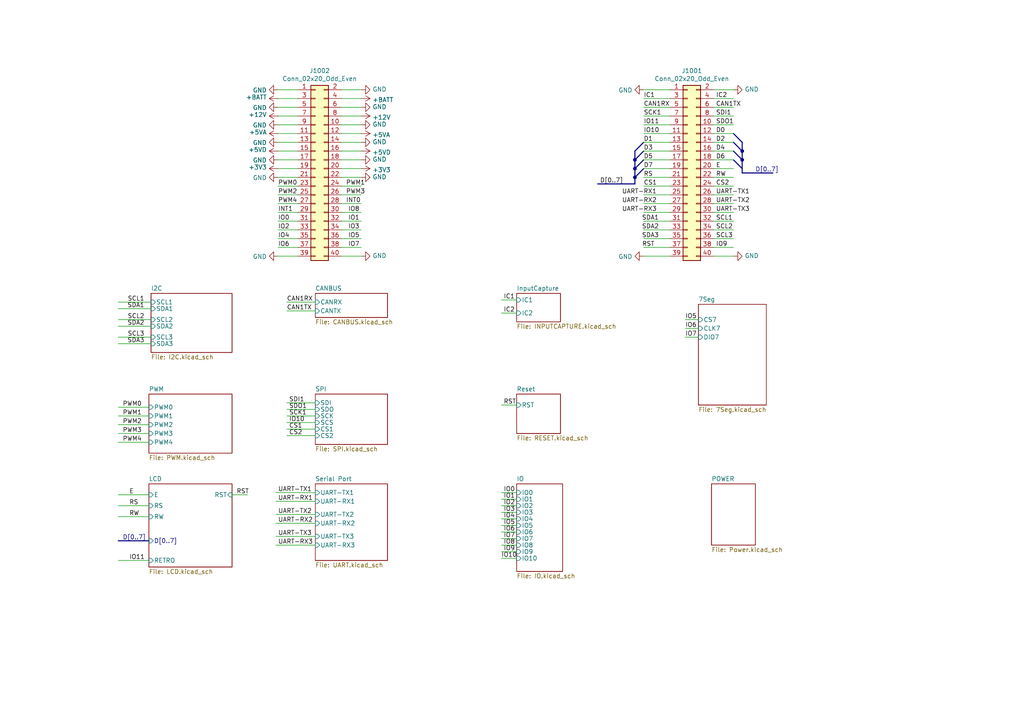
<source format=kicad_sch>
(kicad_sch (version 20211123) (generator eeschema)
  (paper "A4")
  (title_block (title "Connector Cube V2") (date "2021-12-21") (rev "V2.00A") (company "CubeDeb-F4DEB") (comment 1 "Connector"))
  (lib_symbols
    (symbol "Connector_Generic:Conn_02x20_Odd_Even" (pin_names (offset 1.016) hide)
      (property "Reference" "J" (at 1.27 25.4 0))
      (property "Value" "Connector_Generic_Conn_02x20_Odd_Even" (at 1.27 -27.94 0))
      (symbol "Conn_02x20_Odd_Even_1_1"
        (rectangle (start -1.27 -25.273) (end 0 -25.527) (stroke (width 0.1524)))
        (rectangle (start -1.27 -22.733) (end 0 -22.987) (stroke (width 0.1524)))
        (rectangle (start -1.27 -20.193) (end 0 -20.447) (stroke (width 0.1524)))
        (rectangle (start -1.27 -17.653) (end 0 -17.907) (stroke (width 0.1524)))
        (rectangle (start -1.27 -15.113) (end 0 -15.367) (stroke (width 0.1524)))
        (rectangle (start -1.27 -12.573) (end 0 -12.827) (stroke (width 0.1524)))
        (rectangle (start -1.27 -10.033) (end 0 -10.287) (stroke (width 0.1524)))
        (rectangle (start -1.27 -7.493) (end 0 -7.747) (stroke (width 0.1524)))
        (rectangle (start -1.27 -4.953) (end 0 -5.207) (stroke (width 0.1524)))
        (rectangle (start -1.27 -2.413) (end 0 -2.667) (stroke (width 0.1524)))
        (rectangle (start -1.27 0.127) (end 0 -0.127) (stroke (width 0.1524)))
        (rectangle (start -1.27 2.667) (end 0 2.413) (stroke (width 0.1524)))
        (rectangle (start -1.27 5.207) (end 0 4.953) (stroke (width 0.1524)))
        (rectangle (start -1.27 7.747) (end 0 7.493) (stroke (width 0.1524)))
        (rectangle (start -1.27 10.287) (end 0 10.033) (stroke (width 0.1524)))
        (rectangle (start -1.27 12.827) (end 0 12.573) (stroke (width 0.1524)))
        (rectangle (start -1.27 15.367) (end 0 15.113) (stroke (width 0.1524)))
        (rectangle (start -1.27 17.907) (end 0 17.653) (stroke (width 0.1524)))
        (rectangle (start -1.27 20.447) (end 0 20.193) (stroke (width 0.1524)))
        (rectangle (start -1.27 22.987) (end 0 22.733) (stroke (width 0.1524)))
        (rectangle (start -1.27 24.13) (end 3.81 -26.67) (stroke (width 0.254)) (fill (type background)))
        (rectangle (start 3.81 -25.273) (end 2.54 -25.527) (stroke (width 0.1524)))
        (rectangle (start 3.81 -22.733) (end 2.54 -22.987) (stroke (width 0.1524)))
        (rectangle (start 3.81 -20.193) (end 2.54 -20.447) (stroke (width 0.1524)))
        (rectangle (start 3.81 -17.653) (end 2.54 -17.907) (stroke (width 0.1524)))
        (rectangle (start 3.81 -15.113) (end 2.54 -15.367) (stroke (width 0.1524)))
        (rectangle (start 3.81 -12.573) (end 2.54 -12.827) (stroke (width 0.1524)))
        (rectangle (start 3.81 -10.033) (end 2.54 -10.287) (stroke (width 0.1524)))
        (rectangle (start 3.81 -7.493) (end 2.54 -7.747) (stroke (width 0.1524)))
        (rectangle (start 3.81 -4.953) (end 2.54 -5.207) (stroke (width 0.1524)))
        (rectangle (start 3.81 -2.413) (end 2.54 -2.667) (stroke (width 0.1524)))
        (rectangle (start 3.81 0.127) (end 2.54 -0.127) (stroke (width 0.1524)))
        (rectangle (start 3.81 2.667) (end 2.54 2.413) (stroke (width 0.1524)))
        (rectangle (start 3.81 5.207) (end 2.54 4.953) (stroke (width 0.1524)))
        (rectangle (start 3.81 7.747) (end 2.54 7.493) (stroke (width 0.1524)))
        (rectangle (start 3.81 10.287) (end 2.54 10.033) (stroke (width 0.1524)))
        (rectangle (start 3.81 12.827) (end 2.54 12.573) (stroke (width 0.1524)))
        (rectangle (start 3.81 15.367) (end 2.54 15.113) (stroke (width 0.1524)))
        (rectangle (start 3.81 17.907) (end 2.54 17.653) (stroke (width 0.1524)))
        (rectangle (start 3.81 20.447) (end 2.54 20.193) (stroke (width 0.1524)))
        (rectangle (start 3.81 22.987) (end 2.54 22.733) (stroke (width 0.1524)))
        (pin passive line (at -5.08 22.86 0) (length 3.81) (name "Pin_1") (number "1"))
        (pin passive line (at 7.62 12.7 180) (length 3.81) (name "Pin_10") (number "10"))
        (pin passive line (at -5.08 10.16 0) (length 3.81) (name "Pin_11") (number "11"))
        (pin passive line (at 7.62 10.16 180) (length 3.81) (name "Pin_12") (number "12"))
        (pin passive line (at -5.08 7.62 0) (length 3.81) (name "Pin_13") (number "13"))
        (pin passive line (at 7.62 7.62 180) (length 3.81) (name "Pin_14") (number "14"))
        (pin passive line (at -5.08 5.08 0) (length 3.81) (name "Pin_15") (number "15"))
        (pin passive line (at 7.62 5.08 180) (length 3.81) (name "Pin_16") (number "16"))
        (pin passive line (at -5.08 2.54 0) (length 3.81) (name "Pin_17") (number "17"))
        (pin passive line (at 7.62 2.54 180) (length 3.81) (name "Pin_18") (number "18"))
        (pin passive line (at -5.08 0 0) (length 3.81) (name "Pin_19") (number "19"))
        (pin passive line (at 7.62 22.86 180) (length 3.81) (name "Pin_2") (number "2"))
        (pin passive line (at 7.62 0 180) (length 3.81) (name "Pin_20") (number "20"))
        (pin passive line (at -5.08 -2.54 0) (length 3.81) (name "Pin_21") (number "21"))
        (pin passive line (at 7.62 -2.54 180) (length 3.81) (name "Pin_22") (number "22"))
        (pin passive line (at -5.08 -5.08 0) (length 3.81) (name "Pin_23") (number "23"))
        (pin passive line (at 7.62 -5.08 180) (length 3.81) (name "Pin_24") (number "24"))
        (pin passive line (at -5.08 -7.62 0) (length 3.81) (name "Pin_25") (number "25"))
        (pin passive line (at 7.62 -7.62 180) (length 3.81) (name "Pin_26") (number "26"))
        (pin passive line (at -5.08 -10.16 0) (length 3.81) (name "Pin_27") (number "27"))
        (pin passive line (at 7.62 -10.16 180) (length 3.81) (name "Pin_28") (number "28"))
        (pin passive line (at -5.08 -12.7 0) (length 3.81) (name "Pin_29") (number "29"))
        (pin passive line (at -5.08 20.32 0) (length 3.81) (name "Pin_3") (number "3"))
        (pin passive line (at 7.62 -12.7 180) (length 3.81) (name "Pin_30") (number "30"))
        (pin passive line (at -5.08 -15.24 0) (length 3.81) (name "Pin_31") (number "31"))
        (pin passive line (at 7.62 -15.24 180) (length 3.81) (name "Pin_32") (number "32"))
        (pin passive line (at -5.08 -17.78 0) (length 3.81) (name "Pin_33") (number "33"))
        (pin passive line (at 7.62 -17.78 180) (length 3.81) (name "Pin_34") (number "34"))
        (pin passive line (at -5.08 -20.32 0) (length 3.81) (name "Pin_35") (number "35"))
        (pin passive line (at 7.62 -20.32 180) (length 3.81) (name "Pin_36") (number "36"))
        (pin passive line (at -5.08 -22.86 0) (length 3.81) (name "Pin_37") (number "37"))
        (pin passive line (at 7.62 -22.86 180) (length 3.81) (name "Pin_38") (number "38"))
        (pin passive line (at -5.08 -25.4 0) (length 3.81) (name "Pin_39") (number "39"))
        (pin passive line (at 7.62 20.32 180) (length 3.81) (name "Pin_4") (number "4"))
        (pin passive line (at 7.62 -25.4 180) (length 3.81) (name "Pin_40") (number "40"))
        (pin passive line (at -5.08 17.78 0) (length 3.81) (name "Pin_5") (number "5"))
        (pin passive line (at 7.62 17.78 180) (length 3.81) (name "Pin_6") (number "6"))
        (pin passive line (at -5.08 15.24 0) (length 3.81) (name "Pin_7") (number "7"))
        (pin passive line (at 7.62 15.24 180) (length 3.81) (name "Pin_8") (number "8"))
        (pin passive line (at -5.08 12.7 0) (length 3.81) (name "Pin_9") (number "9"))
      )
    )
    (symbol "power:+12V" (power) (pin_names (offset 0))
      (property "Value" "power_+12V" (at 0 3.556 0))
      (symbol "+12V_0_1"
        (polyline (pts (xy -0.762 1.27) (xy 0 2.54)))
        (polyline (pts (xy 0 0) (xy 0 2.54)))
        (polyline (pts (xy 0 2.54) (xy 0.762 1.27)))
      )
      (symbol "+12V_1_1"
        (pin power_in line (at 0 0 90) (length 0) hide (name "+12V") (number "1"))
      )
    )
    (symbol "power:+3.3V" (power) (pin_names (offset 0))
      (property "Value" "power_+3.3V" (at 0 3.556 0))
      (symbol "+3.3V_0_1"
        (polyline (pts (xy -0.762 1.27) (xy 0 2.54)))
        (polyline (pts (xy 0 0) (xy 0 2.54)))
        (polyline (pts (xy 0 2.54) (xy 0.762 1.27)))
      )
      (symbol "+3.3V_1_1"
        (pin power_in line (at 0 0 90) (length 0) hide (name "+3V3") (number "1"))
      )
    )
    (symbol "power:+5VA" (power) (pin_names (offset 0))
      (property "Value" "power_+5VA" (at 0 3.556 0))
      (symbol "+5VA_0_1"
        (polyline (pts (xy -0.762 1.27) (xy 0 2.54)))
        (polyline (pts (xy 0 0) (xy 0 2.54)))
        (polyline (pts (xy 0 2.54) (xy 0.762 1.27)))
      )
      (symbol "+5VA_1_1"
        (pin power_in line (at 0 0 90) (length 0) hide (name "+5VA") (number "1"))
      )
    )
    (symbol "power:+5VD" (power) (pin_names (offset 0))
      (property "Value" "power_+5VD" (at 0 3.556 0))
      (symbol "+5VD_0_1"
        (polyline (pts (xy -0.762 1.27) (xy 0 2.54)))
        (polyline (pts (xy 0 0) (xy 0 2.54)))
        (polyline (pts (xy 0 2.54) (xy 0.762 1.27)))
      )
      (symbol "+5VD_1_1"
        (pin power_in line (at 0 0 90) (length 0) hide (name "+5VD") (number "1"))
      )
    )
    (symbol "power:+BATT" (power) (pin_names (offset 0))
      (property "Value" "power_+BATT" (at 0 3.556 0))
      (symbol "+BATT_0_1"
        (polyline (pts (xy -0.762 1.27) (xy 0 2.54)))
        (polyline (pts (xy 0 0) (xy 0 2.54)))
        (polyline (pts (xy 0 2.54) (xy 0.762 1.27)))
      )
      (symbol "+BATT_1_1"
        (pin power_in line (at 0 0 90) (length 0) hide (name "+BATT") (number "1"))
      )
    )
    (symbol "power:GND" (power) (pin_names (offset 0))
      (property "Value" "power_GND" (at 0 -3.81 0))
      (symbol "GND_0_1"
        (polyline (pts (xy 0 0) (xy 0 -1.27) (xy 1.27 -1.27) (xy 0 -2.54) (xy -1.27 -1.27) (xy 0 -1.27)))
      )
      (symbol "GND_1_1"
        (pin power_in line (at 0 0 270) (length 0) hide (name "GND") (number "1"))
      )
    )
  )
  (junction (at 184.15 48.895))
  (junction (at 184.15 46.355))
  (junction (at 215.265 43.815))
  (junction (at 215.265 46.355))
  (junction (at 184.15 51.435))
  (bus (pts (xy 212.725 46.355) (xy 215.265 48.895)))
  (wire (pts (xy 194.31 28.575) (xy 186.69 28.575)))
  (wire (pts (xy 80.01 149.225) (xy 91.44 149.225)))
  (wire (pts (xy 194.31 53.975) (xy 186.69 53.975)))
  (wire (pts (xy 34.29 146.685) (xy 43.18 146.685)))
  (wire (pts (xy 34.29 92.71) (xy 43.815 92.71)))
  (wire (pts (xy 43.18 125.73) (xy 34.29 125.73)))
  (wire (pts (xy 43.18 123.19) (xy 34.29 123.19)))
  (wire (pts (xy 212.725 74.295) (xy 207.01 74.295)))
  (wire (pts (xy 212.725 41.275) (xy 207.01 41.275)))
  (bus (pts (xy 186.69 46.355) (xy 184.15 48.895)))
  (bus (pts (xy 212.725 43.815) (xy 215.265 46.355)))
  (wire (pts (xy 86.36 46.355) (xy 80.645 46.355)))
  (wire (pts (xy 194.31 48.895) (xy 186.69 48.895)))
  (wire (pts (xy 194.31 38.735) (xy 186.69 38.735)))
  (wire (pts (xy 186.69 66.675) (xy 194.31 66.675)))
  (wire (pts (xy 104.775 56.515) (xy 99.06 56.515)))
  (wire (pts (xy 86.36 28.575) (xy 80.645 28.575)))
  (wire (pts (xy 43.18 118.11) (xy 34.29 118.11)))
  (wire (pts (xy 145.415 90.805) (xy 149.86 90.805)))
  (wire (pts (xy 104.775 64.135) (xy 99.06 64.135)))
  (wire (pts (xy 80.01 158.115) (xy 91.44 158.115)))
  (wire (pts (xy 91.44 87.63) (xy 83.185 87.63)))
  (wire (pts (xy 104.775 38.735) (xy 99.06 38.735)))
  (wire (pts (xy 86.36 41.275) (xy 80.645 41.275)))
  (wire (pts (xy 86.36 51.435) (xy 80.645 51.435)))
  (wire (pts (xy 186.69 51.435) (xy 194.31 51.435)))
  (wire (pts (xy 86.36 26.035) (xy 80.645 26.035)))
  (bus (pts (xy 215.265 50.165) (xy 224.155 50.165)))
  (bus (pts (xy 184.15 53.34) (xy 173.355 53.34)))
  (wire (pts (xy 83.185 122.555) (xy 91.44 122.555)))
  (wire (pts (xy 194.31 36.195) (xy 186.69 36.195)))
  (bus (pts (xy 184.15 51.435) (xy 186.69 48.895)))
  (wire (pts (xy 83.185 118.745) (xy 91.44 118.745)))
  (wire (pts (xy 104.775 66.675) (xy 99.06 66.675)))
  (wire (pts (xy 198.755 97.79) (xy 202.565 97.79)))
  (wire (pts (xy 104.775 51.435) (xy 99.06 51.435)))
  (wire (pts (xy 104.775 53.975) (xy 99.06 53.975)))
  (wire (pts (xy 104.775 43.815) (xy 99.06 43.815)))
  (wire (pts (xy 104.775 69.215) (xy 99.06 69.215)))
  (wire (pts (xy 145.415 152.4) (xy 149.86 152.4)))
  (wire (pts (xy 212.725 61.595) (xy 207.01 61.595)))
  (bus (pts (xy 184.15 46.355) (xy 184.15 48.895)))
  (wire (pts (xy 212.725 69.215) (xy 207.01 69.215)))
  (wire (pts (xy 212.725 31.115) (xy 207.01 31.115)))
  (wire (pts (xy 145.415 161.925) (xy 149.86 161.925)))
  (wire (pts (xy 104.775 26.035) (xy 99.06 26.035)))
  (wire (pts (xy 86.36 43.815) (xy 80.645 43.815)))
  (wire (pts (xy 104.775 74.295) (xy 99.06 74.295)))
  (wire (pts (xy 86.36 61.595) (xy 80.645 61.595)))
  (bus (pts (xy 215.265 41.275) (xy 215.265 43.815)))
  (wire (pts (xy 212.725 38.735) (xy 207.01 38.735)))
  (wire (pts (xy 194.31 71.755) (xy 186.69 71.755)))
  (wire (pts (xy 212.725 48.895) (xy 207.01 48.895)))
  (wire (pts (xy 145.415 117.475) (xy 149.86 117.475)))
  (bus (pts (xy 212.725 38.735) (xy 215.265 41.275)))
  (wire (pts (xy 86.36 71.755) (xy 80.645 71.755)))
  (bus (pts (xy 184.15 51.435) (xy 184.15 53.34)))
  (wire (pts (xy 43.18 162.56) (xy 34.29 162.56)))
  (wire (pts (xy 145.415 160.02) (xy 149.86 160.02)))
  (wire (pts (xy 145.415 150.495) (xy 149.86 150.495)))
  (wire (pts (xy 198.755 95.25) (xy 202.565 95.25)))
  (wire (pts (xy 34.29 149.86) (xy 43.18 149.86)))
  (wire (pts (xy 104.775 59.055) (xy 99.06 59.055)))
  (wire (pts (xy 34.29 99.695) (xy 43.815 99.695)))
  (wire (pts (xy 212.725 66.675) (xy 207.01 66.675)))
  (wire (pts (xy 194.31 59.055) (xy 186.69 59.055)))
  (wire (pts (xy 212.725 46.355) (xy 207.01 46.355)))
  (wire (pts (xy 104.775 46.355) (xy 99.06 46.355)))
  (wire (pts (xy 212.725 26.035) (xy 207.01 26.035)))
  (wire (pts (xy 80.01 145.415) (xy 91.44 145.415)))
  (wire (pts (xy 86.36 64.135) (xy 80.645 64.135)))
  (wire (pts (xy 145.415 158.115) (xy 149.86 158.115)))
  (bus (pts (xy 184.15 46.355) (xy 186.69 43.815)))
  (wire (pts (xy 212.725 28.575) (xy 207.01 28.575)))
  (wire (pts (xy 80.01 151.765) (xy 91.44 151.765)))
  (wire (pts (xy 104.775 36.195) (xy 99.06 36.195)))
  (wire (pts (xy 194.31 33.655) (xy 186.69 33.655)))
  (wire (pts (xy 83.185 126.365) (xy 91.44 126.365)))
  (wire (pts (xy 212.725 59.055) (xy 207.01 59.055)))
  (wire (pts (xy 145.415 156.21) (xy 149.86 156.21)))
  (wire (pts (xy 145.415 142.875) (xy 149.86 142.875)))
  (wire (pts (xy 67.31 143.51) (xy 71.755 143.51)))
  (wire (pts (xy 212.725 33.655) (xy 207.01 33.655)))
  (wire (pts (xy 86.36 66.675) (xy 80.645 66.675)))
  (wire (pts (xy 86.36 59.055) (xy 80.645 59.055)))
  (wire (pts (xy 145.415 86.995) (xy 149.86 86.995)))
  (wire (pts (xy 86.36 38.735) (xy 80.645 38.735)))
  (wire (pts (xy 198.755 92.71) (xy 202.565 92.71)))
  (wire (pts (xy 212.725 36.195) (xy 207.01 36.195)))
  (wire (pts (xy 194.31 64.135) (xy 186.69 64.135)))
  (wire (pts (xy 104.775 31.115) (xy 99.06 31.115)))
  (wire (pts (xy 194.31 56.515) (xy 186.69 56.515)))
  (wire (pts (xy 194.31 43.815) (xy 186.69 43.815)))
  (wire (pts (xy 194.31 74.295) (xy 186.69 74.295)))
  (wire (pts (xy 212.725 43.815) (xy 207.01 43.815)))
  (wire (pts (xy 145.415 154.305) (xy 149.86 154.305)))
  (wire (pts (xy 186.69 41.275) (xy 194.31 41.275)))
  (wire (pts (xy 80.01 155.575) (xy 91.44 155.575)))
  (wire (pts (xy 86.36 74.295) (xy 80.645 74.295)))
  (wire (pts (xy 145.415 146.685) (xy 149.86 146.685)))
  (wire (pts (xy 194.31 31.115) (xy 186.69 31.115)))
  (wire (pts (xy 83.185 124.46) (xy 91.44 124.46)))
  (wire (pts (xy 104.775 71.755) (xy 99.06 71.755)))
  (wire (pts (xy 104.775 61.595) (xy 99.06 61.595)))
  (wire (pts (xy 145.415 144.78) (xy 149.86 144.78)))
  (wire (pts (xy 91.44 90.17) (xy 83.185 90.17)))
  (wire (pts (xy 212.725 64.135) (xy 207.01 64.135)))
  (wire (pts (xy 212.725 56.515) (xy 207.01 56.515)))
  (bus (pts (xy 215.265 43.815) (xy 215.265 46.355)))
  (wire (pts (xy 80.01 142.875) (xy 91.44 142.875)))
  (wire (pts (xy 212.725 53.975) (xy 207.01 53.975)))
  (wire (pts (xy 34.29 87.63) (xy 43.815 87.63)))
  (wire (pts (xy 194.31 69.215) (xy 186.69 69.215)))
  (wire (pts (xy 83.185 120.65) (xy 91.44 120.65)))
  (bus (pts (xy 184.15 48.895) (xy 184.15 51.435)))
  (wire (pts (xy 86.36 36.195) (xy 80.645 36.195)))
  (bus (pts (xy 186.69 41.275) (xy 184.15 43.815)))
  (wire (pts (xy 104.775 41.275) (xy 99.06 41.275)))
  (wire (pts (xy 86.36 69.215) (xy 80.645 69.215)))
  (wire (pts (xy 194.31 46.355) (xy 186.69 46.355)))
  (wire (pts (xy 104.775 33.655) (xy 99.06 33.655)))
  (wire (pts (xy 83.185 116.84) (xy 91.44 116.84)))
  (bus (pts (xy 215.265 46.355) (xy 215.265 50.165)))
  (wire (pts (xy 34.29 89.535) (xy 43.815 89.535)))
  (wire (pts (xy 86.36 31.115) (xy 80.645 31.115)))
  (wire (pts (xy 86.36 48.895) (xy 80.645 48.895)))
  (wire (pts (xy 104.775 48.895) (xy 99.06 48.895)))
  (wire (pts (xy 212.725 71.755) (xy 207.01 71.755)))
  (bus (pts (xy 43.18 156.845) (xy 34.29 156.845)))
  (wire (pts (xy 34.29 97.79) (xy 43.815 97.79)))
  (bus (pts (xy 184.15 43.815) (xy 184.15 46.355)))
  (wire (pts (xy 194.31 61.595) (xy 186.69 61.595)))
  (wire (pts (xy 43.18 128.27) (xy 34.29 128.27)))
  (wire (pts (xy 86.36 56.515) (xy 80.645 56.515)))
  (wire (pts (xy 104.775 28.575) (xy 99.06 28.575)))
  (wire (pts (xy 34.29 143.51) (xy 43.18 143.51)))
  (wire (pts (xy 34.29 94.615) (xy 43.815 94.615)))
  (wire (pts (xy 86.36 33.655) (xy 80.645 33.655)))
  (wire (pts (xy 194.31 26.035) (xy 186.69 26.035)))
  (wire (pts (xy 145.415 148.59) (xy 149.86 148.59)))
  (wire (pts (xy 43.18 120.65) (xy 34.29 120.65)))
  (wire (pts (xy 86.36 53.975) (xy 80.645 53.975)))
  (wire (pts (xy 212.725 51.435) (xy 207.01 51.435)))
  (bus (pts (xy 212.725 41.275) (xy 215.265 43.815)))
  (label "UART-TX1" (at 207.645 56.515 0))
  (label "RS" (at 186.69 51.435 0))
  (label "D1" (at 186.69 41.275 0))
  (label "IO9" (at 146.05 160.02 0))
  (label "IO7" (at 198.755 97.79 0))
  (label "IO6" (at 198.755 95.25 0))
  (label "E" (at 207.645 48.895 0))
  (label "CS2" (at 207.645 53.975 0))
  (label "CAN1TX" (at 207.645 31.115 0))
  (label "IC1" (at 146.05 86.995 0))
  (label "CS1" (at 186.69 53.975 0))
  (label "SDA1" (at 41.91 89.535 180))
  (label "IO8" (at 146.05 158.115 0))
  (label "SCL3" (at 207.645 69.215 0))
  (label "D4" (at 207.645 43.815 0))
  (label "INT1" (at 80.645 61.595 0))
  (label "CS2" (at 83.82 126.365 0))
  (label "IC2" (at 146.05 90.805 0))
  (label "SDI1" (at 83.82 116.84 0))
  (label "UART-RX1" (at 80.645 145.415 0))
  (label "IO4" (at 80.645 69.215 0))
  (label "CAN1RX" (at 83.185 87.63 0))
  (label "SCL1" (at 41.91 87.63 180))
  (label "SDO1" (at 83.82 118.745 0))
  (label "SCK1" (at 186.69 33.655 0))
  (label "RW" (at 37.465 149.86 0))
  (label "IO7" (at 100.965 71.755 0))
  (label "D2" (at 207.645 41.275 0))
  (label "IO5" (at 100.965 69.215 0))
  (label "PWM1" (at 100.33 53.975 0))
  (label "UART-TX3" (at 80.645 155.575 0))
  (label "UART-RX1" (at 190.5 56.515 180))
  (label "IO4" (at 146.05 150.495 0))
  (label "UART-RX3" (at 80.645 158.115 0))
  (label "RST" (at 68.58 143.51 0))
  (label "IC2" (at 207.645 28.575 0))
  (label "IO10" (at 186.69 38.735 0))
  (label "RST" (at 146.05 117.475 0))
  (label "PWM2" (at 35.56 123.19 0))
  (label "RS" (at 37.465 146.685 0))
  (label "IO11" (at 37.465 162.56 0))
  (label "IO8" (at 100.965 61.595 0))
  (label "IO0" (at 80.645 64.135 0))
  (label "SDI1" (at 207.645 33.655 0))
  (label "UART-TX3" (at 207.645 61.595 0))
  (label "IO1" (at 100.965 64.135 0))
  (label "D7" (at 186.69 48.895 0))
  (label "D3" (at 186.69 43.815 0))
  (label "PWM0" (at 80.645 53.975 0))
  (label "IO9" (at 207.645 71.755 0))
  (label "UART-RX2" (at 190.5 59.055 180))
  (label "D[0..7]" (at 219.075 50.165 0))
  (label "SCL3" (at 41.91 97.79 180))
  (label "PWM1" (at 35.56 120.65 0))
  (label "D5" (at 186.69 46.355 0))
  (label "CS1" (at 83.82 124.46 0))
  (label "IO7" (at 146.05 156.21 0))
  (label "PWM4" (at 35.56 128.27 0))
  (label "RST" (at 189.865 71.755 180))
  (label "IO11" (at 186.69 36.195 0))
  (label "IC1" (at 186.69 28.575 0))
  (label "UART-TX1" (at 80.645 142.875 0))
  (label "IO3" (at 100.965 66.675 0))
  (label "D[0..7]" (at 173.99 53.34 0))
  (label "PWM3" (at 35.56 125.73 0))
  (label "SDA2" (at 41.91 94.615 180))
  (label "UART-RX3" (at 190.5 61.595 180))
  (label "SDA1" (at 191.135 64.135 180))
  (label "IO1" (at 146.05 144.78 0))
  (label "RW" (at 207.645 51.435 0))
  (label "SDA3" (at 41.91 99.695 180))
  (label "SCK1" (at 83.82 120.65 0))
  (label "PWM4" (at 80.645 59.055 0))
  (label "SCL1" (at 207.645 64.135 0))
  (label "CAN1TX" (at 83.185 90.17 0))
  (label "IO6" (at 146.05 154.305 0))
  (label "IO10" (at 83.82 122.555 0))
  (label "INT0" (at 100.33 59.055 0))
  (label "SDA2" (at 191.135 66.675 180))
  (label "IO10" (at 145.415 161.925 0))
  (label "IO2" (at 80.645 66.675 0))
  (label "PWM3" (at 100.33 56.515 0))
  (label "D6" (at 207.645 46.355 0))
  (label "SCL2" (at 41.91 92.71 180))
  (label "D[0..7]" (at 35.56 156.845 0))
  (label "IO5" (at 146.05 152.4 0))
  (label "UART-RX2" (at 80.645 151.765 0))
  (label "PWM2" (at 80.645 56.515 0))
  (label "UART-TX2" (at 207.645 59.055 0))
  (label "E" (at 37.465 143.51 0))
  (label "IO2" (at 146.05 146.685 0))
  (label "SDO1" (at 207.645 36.195 0))
  (label "UART-TX2" (at 80.645 149.225 0))
  (label "CAN1RX" (at 186.69 31.115 0))
  (label "IO3" (at 146.05 148.59 0))
  (label "SDA3" (at 191.135 69.215 180))
  (label "IO6" (at 80.645 71.755 0))
  (label "SCL2" (at 207.645 66.675 0))
  (label "PWM0" (at 35.56 118.11 0))
  (label "IO5" (at 198.755 92.71 0))
  (label "D0" (at 207.645 38.735 0))
  (label "IO0" (at 146.05 142.875 0))
  (symbol (lib_id "Connector_Generic:Conn_02x20_Odd_Even") (at 199.39 48.895 0) (unit 1)
    (property "Reference" "J1001" (at 200.66 20.5232 0))
    (property "Value" "Conn_02x20_Odd_Even" (at 200.66 22.8346 0))
    (property "Footprint" "Connector_PinSocket_2.54mm:PinSocket_2x20_P2.54mm_Vertical" (effects hide))
  )
  (symbol (lib_id "Connector_Generic:Conn_02x20_Odd_Even") (at 91.44 48.895 0) (unit 1)
    (property "Reference" "J1002" (at 92.71 20.5232 0))
    (property "Value" "Conn_02x20_Odd_Even" (at 92.71 22.8346 0))
    (property "Footprint" "Connector_PinSocket_2.54mm:PinSocket_2x20_P2.54mm_Vertical" (effects hide))
  )
  (symbol (lib_id "power:GND") (at 104.775 26.035 90) (unit 1)
    (property "Reference" "#PWR0101" (effects hide))
    (property "Value" "GND" (at 108.0262 25.908 90) (effects (justify right)))
  )
  (symbol (lib_id "power:GND") (at 104.775 31.115 90) (unit 1)
    (property "Reference" "#PWR0102" (effects hide))
    (property "Value" "GND" (at 108.0262 30.988 90) (effects (justify right)))
  )
  (symbol (lib_id "power:GND") (at 104.775 36.195 90) (unit 1)
    (property "Reference" "#PWR0103" (effects hide))
    (property "Value" "GND" (at 108.0262 36.068 90) (effects (justify right)))
  )
  (symbol (lib_id "power:GND") (at 104.775 41.275 90) (unit 1)
    (property "Reference" "#PWR0104" (effects hide))
    (property "Value" "GND" (at 108.0262 41.148 90) (effects (justify right)))
  )
  (symbol (lib_id "power:GND") (at 104.775 46.355 90) (unit 1)
    (property "Reference" "#PWR0105" (effects hide))
    (property "Value" "GND" (at 108.0262 46.228 90) (effects (justify right)))
  )
  (symbol (lib_id "power:GND") (at 80.645 46.355 270) (unit 1)
    (property "Reference" "#PWR0106" (effects hide))
    (property "Value" "GND" (at 77.3938 46.482 90) (effects (justify right)))
  )
  (symbol (lib_id "power:GND") (at 80.645 41.275 270) (unit 1)
    (property "Reference" "#PWR0107" (effects hide))
    (property "Value" "GND" (at 77.3938 41.402 90) (effects (justify right)))
  )
  (symbol (lib_id "power:GND") (at 80.645 36.195 270) (unit 1)
    (property "Reference" "#PWR0108" (effects hide))
    (property "Value" "GND" (at 77.3938 36.322 90) (effects (justify right)))
  )
  (symbol (lib_id "power:GND") (at 80.645 31.115 270) (unit 1)
    (property "Reference" "#PWR0109" (effects hide))
    (property "Value" "GND" (at 77.3938 31.242 90) (effects (justify right)))
  )
  (symbol (lib_id "power:GND") (at 80.645 26.035 270) (unit 1)
    (property "Reference" "#PWR0110" (effects hide))
    (property "Value" "GND" (at 77.3938 26.162 90) (effects (justify right)))
  )
  (symbol (lib_id "power:GND") (at 80.645 74.295 270) (unit 1)
    (property "Reference" "#PWR0111" (effects hide))
    (property "Value" "GND" (at 77.3938 74.422 90) (effects (justify right)))
  )
  (symbol (lib_id "power:GND") (at 104.775 74.295 90) (unit 1)
    (property "Reference" "#PWR0112" (effects hide))
    (property "Value" "GND" (at 108.0262 74.168 90) (effects (justify right)))
  )
  (symbol (lib_id "power:+BATT") (at 104.775 28.575 270) (unit 1)
    (property "Reference" "#PWR0113" (effects hide))
    (property "Value" "+BATT" (at 108.0262 28.956 90) (effects (justify left)))
  )
  (symbol (lib_id "power:+BATT") (at 80.645 28.575 90) (unit 1)
    (property "Reference" "#PWR0114" (effects hide))
    (property "Value" "+BATT" (at 77.4192 28.194 90) (effects (justify left)))
  )
  (symbol (lib_id "power:+12V") (at 80.645 33.655 90) (unit 1)
    (property "Reference" "#PWR0115" (effects hide))
    (property "Value" "+12V" (at 77.3938 33.274 90) (effects (justify left)))
  )
  (symbol (lib_id "power:+12V") (at 104.775 33.655 270) (unit 1)
    (property "Reference" "#PWR0116" (effects hide))
    (property "Value" "+12V" (at 108.0262 34.036 90) (effects (justify left)))
  )
  (symbol (lib_id "power:+5VA") (at 80.645 38.735 90) (unit 1)
    (property "Reference" "#PWR0117" (effects hide))
    (property "Value" "+5VA" (at 77.4192 38.354 90) (effects (justify left)))
  )
  (symbol (lib_id "power:+5VA") (at 104.775 38.735 270) (unit 1)
    (property "Reference" "#PWR0118" (effects hide))
    (property "Value" "+5VA" (at 108.0262 39.116 90) (effects (justify left)))
  )
  (symbol (lib_id "power:+5VD") (at 80.645 43.815 90) (unit 1)
    (property "Reference" "#PWR0119" (effects hide))
    (property "Value" "+5VD" (at 77.3938 43.434 90) (effects (justify left)))
  )
  (symbol (lib_id "power:+5VD") (at 104.775 43.815 270) (unit 1)
    (property "Reference" "#PWR0120" (effects hide))
    (property "Value" "+5VD" (at 108.0262 44.196 90) (effects (justify left)))
  )
  (symbol (lib_id "power:+3.3V") (at 80.645 48.895 90) (unit 1)
    (property "Reference" "#PWR0121" (effects hide))
    (property "Value" "+3.3V" (at 77.3938 48.514 90) (effects (justify left)))
  )
  (symbol (lib_id "power:+3.3V") (at 104.775 48.895 270) (unit 1)
    (property "Reference" "#PWR0122" (effects hide))
    (property "Value" "+3.3V" (at 108.0262 49.276 90) (effects (justify left)))
  )
  (symbol (lib_id "power:GND") (at 80.645 51.435 270) (unit 1)
    (property "Reference" "#PWR0123" (effects hide))
    (property "Value" "GND" (at 77.3938 51.562 90) (effects (justify right)))
  )
  (symbol (lib_id "power:GND") (at 104.775 51.435 90) (unit 1)
    (property "Reference" "#PWR0124" (effects hide))
    (property "Value" "GND" (at 108.0262 51.308 90) (effects (justify right)))
  )
  (symbol (lib_id "power:GND") (at 186.69 26.035 270) (unit 1)
    (property "Reference" "#PWR0125" (effects hide))
    (property "Value" "GND" (at 183.4388 26.162 90) (effects (justify right)))
  )
  (symbol (lib_id "power:GND") (at 212.725 26.035 90) (unit 1)
    (property "Reference" "#PWR0126" (effects hide))
    (property "Value" "GND" (at 215.9762 25.908 90) (effects (justify right)))
  )
  (symbol (lib_id "power:GND") (at 212.725 74.295 90) (unit 1)
    (property "Reference" "#PWR0127" (effects hide))
    (property "Value" "GND" (at 215.9762 74.168 90) (effects (justify right)))
  )
  (symbol (lib_id "power:GND") (at 186.69 74.295 270) (unit 1)
    (property "Reference" "#PWR0128" (effects hide))
    (property "Value" "GND" (at 183.4388 74.422 90) (effects (justify right)))
  )
  (sheet (at 43.815 85.09) (size 23.495 17.145)
    (property "Sheet name" "I2C" (at 43.815 84.3784 0) (effects (justify left bottom)))
    (property "Sheet file" "I2C.kicad_sch" (at 43.815 102.8196 0) (effects (justify left top)))
    (pin "SDA1" input (at 43.815 89.535 180))
    (pin "SCL1" input (at 43.815 87.63 180))
    (pin "SCL2" input (at 43.815 92.71 180))
    (pin "SDA3" input (at 43.815 99.695 180))
    (pin "SCL3" input (at 43.815 97.79 180))
    (pin "SDA2" input (at 43.815 94.615 180))
  )
  (sheet (at 149.86 114.3) (size 12.7 11.43)
    (property "Sheet name" "Reset" (at 149.86 113.5884 0) (effects (justify left bottom)))
    (property "Sheet file" "RESET.kicad_sch" (at 149.86 126.3146 0) (effects (justify left top)))
    (pin "RST" input (at 149.86 117.475 180))
  )
  (sheet (at 91.44 140.335) (size 20.955 22.225)
    (property "Sheet name" "Serial Port" (at 91.44 139.6234 0) (effects (justify left bottom)))
    (property "Sheet file" "UART.kicad_sch" (at 91.44 163.1446 0) (effects (justify left top)))
    (pin "UART-TX1" input (at 91.44 142.875 180))
    (pin "UART-RX1" input (at 91.44 145.415 180))
    (pin "UART-TX2" input (at 91.44 149.225 180))
    (pin "UART-RX2" input (at 91.44 151.765 180))
    (pin "UART-TX3" input (at 91.44 155.575 180))
    (pin "UART-RX3" input (at 91.44 158.115 180))
  )
  (sheet (at 43.18 140.335) (size 24.13 24.13)
    (property "Sheet name" "LCD" (at 43.18 139.6234 0) (effects (justify left bottom)))
    (property "Sheet file" "LCD.kicad_sch" (at 43.18 165.0496 0) (effects (justify left top)))
    (pin "D[0..7]" input (at 43.18 156.845 180))
    (pin "RETRO" input (at 43.18 162.56 180))
    (pin "E" input (at 43.18 143.51 180))
    (pin "RW" input (at 43.18 149.86 180))
    (pin "RS" input (at 43.18 146.685 180))
    (pin "RST" input (at 67.31 143.51 0))
  )
  (sheet (at 91.44 85.09) (size 20.955 6.985)
    (property "Sheet name" "CANBUS" (at 91.44 84.3784 0) (effects (justify left bottom)))
    (property "Sheet file" "CANBUS.kicad_sch" (at 91.44 92.6596 0) (effects (justify left top)))
    (pin "CANRX" input (at 91.44 87.63 180))
    (pin "CANTX" input (at 91.44 90.17 180))
  )
  (sheet (at 91.44 114.3) (size 20.955 14.605)
    (property "Sheet name" "SPI" (at 91.44 113.5884 0) (effects (justify left bottom)))
    (property "Sheet file" "SPI.kicad_sch" (at 91.44 129.4896 0) (effects (justify left top)))
    (pin "SDI" input (at 91.44 116.84 180))
    (pin "SDO" input (at 91.44 118.745 180))
    (pin "SCK" input (at 91.44 120.65 180))
    (pin "SCS" input (at 91.44 122.555 180))
    (pin "CS2" input (at 91.44 126.365 180))
    (pin "CS1" input (at 91.44 124.46 180))
  )
  (sheet (at 202.565 88.265) (size 19.685 29.21)
    (property "Sheet name" "7Seg" (at 202.565 87.5534 0) (effects (justify left bottom)))
    (property "Sheet file" "7Seg.kicad_sch" (at 202.565 118.0596 0) (effects (justify left top)))
    (pin "CS7" input (at 202.565 92.71 180))
    (pin "CLK7" input (at 202.565 95.25 180))
    (pin "DIO7" input (at 202.565 97.79 180))
  )
  (sheet (at 206.375 140.335) (size 12.7 17.78)
    (property "Sheet name" "POWER" (at 206.375 139.6234 0) (effects (justify left bottom)))
    (property "Sheet file" "Power.kicad_sch" (at 206.375 158.6996 0) (effects (justify left top)))
  )
  (sheet (at 149.86 85.09) (size 12.7 8.255)
    (property "Sheet name" "InputCapture" (at 149.86 84.3784 0) (effects (justify left bottom)))
    (property "Sheet file" "INPUTCAPTURE.kicad_sch" (at 149.86 93.9296 0) (effects (justify left top)))
    (pin "IC1" input (at 149.86 86.995 180))
    (pin "IC2" input (at 149.86 90.805 180))
  )
  (sheet (at 149.86 140.335) (size 13.335 25.4)
    (property "Sheet name" "IO" (at 149.86 139.6234 0) (effects (justify left bottom)))
    (property "Sheet file" "IO.kicad_sch" (at 149.86 166.3196 0) (effects (justify left top)))
    (pin "IO0" input (at 149.86 142.875 180))
    (pin "IO5" input (at 149.86 152.4 180))
    (pin "IO6" input (at 149.86 154.305 180))
    (pin "IO2" input (at 149.86 146.685 180))
    (pin "IO7" input (at 149.86 156.21 180))
    (pin "IO3" input (at 149.86 148.59 180))
    (pin "IO8" input (at 149.86 158.115 180))
    (pin "IO4" input (at 149.86 150.495 180))
    (pin "IO9" input (at 149.86 160.02 180))
    (pin "IO10" input (at 149.86 161.925 180))
    (pin "IO1" input (at 149.86 144.78 180))
  )
  (sheet (at 43.18 114.3) (size 24.13 17.145)
    (property "Sheet name" "PWM" (at 43.18 113.5884 0) (effects (justify left bottom)))
    (property "Sheet file" "PWM.kicad_sch" (at 43.18 132.0296 0) (effects (justify left top)))
    (pin "PWM0" input (at 43.18 118.11 180))
    (pin "PWM1" input (at 43.18 120.65 180))
    (pin "PWM2" input (at 43.18 123.19 180))
    (pin "PWM3" input (at 43.18 125.73 180))
    (pin "PWM4" input (at 43.18 128.27 180))
  )
)
</source>
